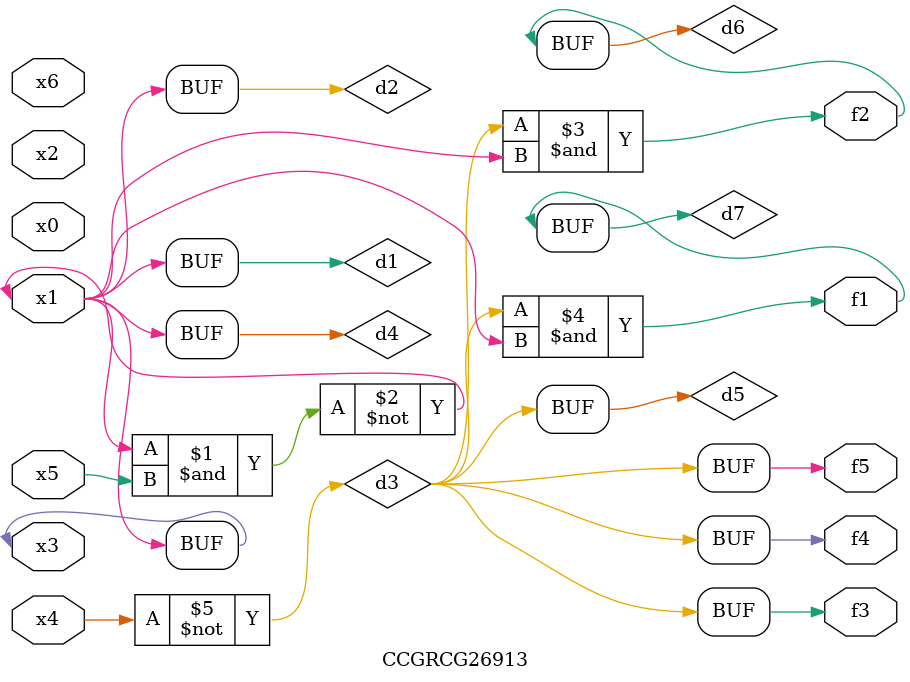
<source format=v>
module CCGRCG26913(
	input x0, x1, x2, x3, x4, x5, x6,
	output f1, f2, f3, f4, f5
);

	wire d1, d2, d3, d4, d5, d6, d7;

	buf (d1, x1, x3);
	nand (d2, x1, x5);
	not (d3, x4);
	buf (d4, d1, d2);
	buf (d5, d3);
	and (d6, d3, d4);
	and (d7, d3, d4);
	assign f1 = d7;
	assign f2 = d6;
	assign f3 = d5;
	assign f4 = d5;
	assign f5 = d5;
endmodule

</source>
